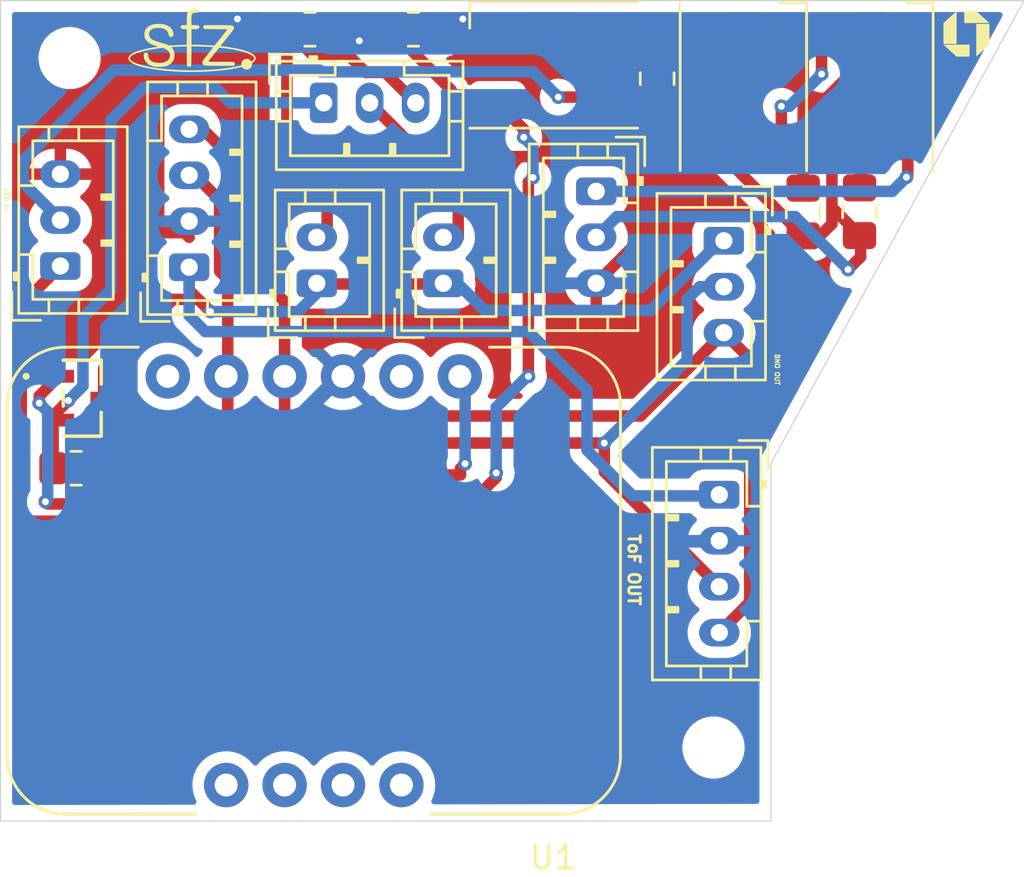
<source format=kicad_pcb>
(kicad_pcb (version 20240108) (generator "pcbnew") (generator_version "8.0")
  (layers (0 "F.Cu" signal) (31 "B.Cu" signal) (34 "B.Paste" user) (35 "F.Paste" user) (36 "B.SilkS" user "B.Silkscreen") (37 "F.SilkS" user "F.Silkscreen") (38 "B.Mask" user) (39 "F.Mask" user) (44 "Edge.Cuts" user))
  (net 0 "")
  (net 1 "+3.3V")
  (net 2 "GND")
  (net 3 "/SDA")
  (net 4 "/SCL")
  (net 5 "/Mosfet1")
  (net 6 "+5V")
  (net 7 "/SignalLEDin")
  (net 8 "Net-(D1-DOUT)")
  (net 9 "Net-(D2-DOUT)")
  (net 10 "/SignalLEDout")
  (net 11 "Net-(Knopf1-Pin_2)")
  (net 12 "Net-(Knopf2-Pin_2)")
  (footprint "Connector_JST:JST_PH_B4B-PH-K_1x04_P2.00mm_Vertical" (layer "F.Cu") (at 140.75 41.5 -90)
    (property "Reference" "Tofout1" (hide yes))
    (property "Value" "Conn_01x04_Pin" (hide yes))
    (pad "1" thru_hole roundrect (at 0 0 270) (size 1.2 1.75) (drill 0.75) (layers "*.Cu" "*.Mask") (roundrect_rratio 0.208333) (net 1 "+3.3V"))
    (pad "2" thru_hole oval (at 2 0 270) (size 1.2 1.75) (drill 0.75) (layers "*.Cu" "*.Mask") (net 2 "GND"))
    (pad "3" thru_hole oval (at 4 0 270) (size 1.2 1.75) (drill 0.75) (layers "*.Cu" "*.Mask") (net 4 "/SCL"))
    (pad "4" thru_hole oval (at 6 0 270) (size 1.2 1.75) (drill 0.75) (layers "*.Cu" "*.Mask") (net 3 "/SDA"))
  )
  (footprint "Connector_JST:JST_PH_B4B-PH-K_1x04_P2.00mm_Vertical" (layer "F.Cu") (at 117.7 31.6 90)
    (property "Reference" "ToFIN1" (hide yes))
    (property "Value" "Conn_01x04_Pin" (hide yes))
    (pad "1" thru_hole roundrect (at 0 0 90) (size 1.2 1.75) (drill 0.75) (layers "*.Cu" "*.Mask") (roundrect_rratio 0.208333) (net 1 "+3.3V"))
    (pad "2" thru_hole oval (at 2 0 90) (size 1.2 1.75) (drill 0.75) (layers "*.Cu" "*.Mask") (net 2 "GND"))
    (pad "3" thru_hole oval (at 4 0 90) (size 1.2 1.75) (drill 0.75) (layers "*.Cu" "*.Mask") (net 4 "/SCL"))
    (pad "4" thru_hole oval (at 6 0 90) (size 1.2 1.75) (drill 0.75) (layers "*.Cu" "*.Mask") (net 3 "/SDA"))
  )
  (footprint "MountingHole:MountingHole_2.2mm_M2" (layer "F.Cu") (at 112.5 22.5)
    (property "Reference" "REF**" (hide yes))
    (property "Value" "MountingHole_2.2mm_M2" (hide yes))
    (pad "" np_thru_hole circle (at 0 0) (size 2.2 2.2) (drill 2.2) (layers "*.Cu" "*.Mask"))
  )
  (footprint "Connector_JST:JST_PH_B3B-PH-K_1x03_P2.00mm_Vertical" (layer "F.Cu") (at 135.4 28.3 -90)
    (property "Reference" "LED1" (hide yes))
    (property "Value" "Conn_01x03_Pin" (hide yes))
    (pad "1" thru_hole roundrect (at 0 0 270) (size 1.2 1.75) (drill 0.75) (layers "*.Cu" "*.Mask") (roundrect_rratio 0.208333) (net 10 "/SignalLEDout"))
    (pad "2" thru_hole oval (at 2 0 270) (size 1.2 1.75) (drill 0.75) (layers "*.Cu" "*.Mask") (net 6 "+5V"))
    (pad "3" thru_hole oval (at 4 0 270) (size 1.2 1.75) (drill 0.75) (layers "*.Cu" "*.Mask") (net 2 "GND"))
  )
  (footprint "Resistor_SMD:R_0805_2012Metric_Pad1.20x1.40mm_HandSolder" (layer "F.Cu") (at 127.45 21.25)
    (property "Reference" "R2" (hide yes))
    (property "Value" "R_Small" (hide yes))
    (pad "1" smd roundrect (at -1 0) (size 1.2 1.4) (layers "F.Cu" "F.Paste" "F.Mask") (roundrect_rratio 0.208333) (net 12 "Net-(Knopf2-Pin_2)"))
    (pad "2" smd roundrect (at 1 0) (size 1.2 1.4) (layers "F.Cu" "F.Paste" "F.Mask") (roundrect_rratio 0.208333) (net 2 "GND"))
  )
  (footprint "LOGOS:Offroad Logo 2" (layer "F.Cu") (at 151.5 21.45)
    (property "Reference" "G***" (hide yes))
    (property "Value" "LOGO" (hide yes))
  )
  (footprint "Connector_JST:JST_PH_B3B-PH-K_1x03_P2.00mm_Vertical" (layer "F.Cu") (at 123.55 24.45)
    (property "Reference" "Pins1" (hide yes))
    (property "Value" "Conn_01x03_Pin" (hide yes))
    (pad "1" thru_hole roundrect (at 0 0) (size 1.2 1.75) (drill 0.75) (layers "*.Cu" "*.Mask") (roundrect_rratio 0.208333) (net 5 "/Mosfet1"))
    (pad "2" thru_hole oval (at 2 0) (size 1.2 1.75) (drill 0.75) (layers "*.Cu" "*.Mask") (net 12 "Net-(Knopf2-Pin_2)"))
    (pad "3" thru_hole oval (at 4 0) (size 1.2 1.75) (drill 0.75) (layers "*.Cu" "*.Mask") (net 11 "Net-(Knopf1-Pin_2)"))
  )
  (footprint "footprints:SOT-23_IRLML2244TRPBF_INF" (layer "F.Cu") (at 113.05 37.3 -90)
    (property "Reference" "Q1" (hide yes))
    (property "Value" "PMOS" (hide yes))
    (pad "1" smd rect (at -0.9525 1.016 270) (size 0.5588 1.3208) (layers "F.Cu" "F.Paste" "F.Mask") (net 1 "+3.3V"))
    (pad "2" smd rect (at 0.9525 1.016 270) (size 0.5588 1.3208) (layers "F.Cu" "F.Paste" "F.Mask") (net 5 "/Mosfet1"))
    (pad "3" smd rect (at 0 -1.016 270) (size 0.5588 1.3208) (layers "F.Cu" "F.Paste" "F.Mask") (net 1 "+3.3V"))
  )
  (footprint "Capacitor_SMD:C_0805_2012Metric_Pad1.18x1.45mm_HandSolder" (layer "F.Cu") (at 138.05 23.4 90)
    (property "Reference" "C1" (hide yes))
    (property "Value" "C" (hide yes))
    (pad "1" smd roundrect (at -1.0375 0 90) (size 1.175 1.45) (layers "F.Cu" "F.Paste" "F.Mask") (roundrect_rratio 0.212766) (net 6 "+5V"))
    (pad "2" smd roundrect (at 1.0375 0 90) (size 1.175 1.45) (layers "F.Cu" "F.Paste" "F.Mask") (roundrect_rratio 0.212766) (net 2 "GND"))
  )
  (footprint "Capacitor_SMD:C_0805_2012Metric_Pad1.18x1.45mm_HandSolder" (layer "F.Cu") (at 144.4 29.2 90)
    (property "Reference" "C2" (hide yes))
    (property "Value" "C" (hide yes))
    (pad "1" smd roundrect (at -1.0375 0 90) (size 1.175 1.45) (layers "F.Cu" "F.Paste" "F.Mask") (roundrect_rratio 0.212766) (net 6 "+5V"))
    (pad "2" smd roundrect (at 1.0375 0 90) (size 1.175 1.45) (layers "F.Cu" "F.Paste" "F.Mask") (roundrect_rratio 0.212766) (net 2 "GND"))
  )
  (footprint "Connector_JST:JST_PH_B3B-PH-K_1x03_P2.00mm_Vertical" (layer "F.Cu") (at 112.1 31.55 90)
    (property "Reference" "LED2" (hide yes))
    (property "Value" "Conn_01x03_Pin" (hide yes))
    (pad "1" thru_hole roundrect (at 0 0 90) (size 1.2 1.75) (drill 0.75) (layers "*.Cu" "*.Mask") (roundrect_rratio 0.208333) (net 7 "/SignalLEDin"))
    (pad "2" thru_hole oval (at 2 0 90) (size 1.2 1.75) (drill 0.75) (layers "*.Cu" "*.Mask") (net 6 "+5V"))
    (pad "3" thru_hole oval (at 4 0 90) (size 1.2 1.75) (drill 0.75) (layers "*.Cu" "*.Mask") (net 2 "GND"))
  )
  (footprint "Capacitor_SMD:C_0805_2012Metric_Pad1.18x1.45mm_HandSolder" (layer "F.Cu") (at 146.85 29.1875 90)
    (property "Reference" "C3" (hide yes))
    (property "Value" "C" (hide yes))
    (pad "1" smd roundrect (at -1.0375 0 90) (size 1.175 1.45) (layers "F.Cu" "F.Paste" "F.Mask") (roundrect_rratio 0.212766) (net 6 "+5V"))
    (pad "2" smd roundrect (at 1.0375 0 90) (size 1.175 1.45) (layers "F.Cu" "F.Paste" "F.Mask") (roundrect_rratio 0.212766) (net 2 "GND"))
  )
  (footprint "LED_SMD:LED_WS2812B_PLCC4_5.0x5.0mm_P3.2mm" (layer "F.Cu") (at 141.8 23.75 90)
    (property "Reference" "D2" (hide yes))
    (property "Value" "WS2812B" (hide yes))
    (pad "1" smd rect (at -2.45 -1.65 90) (size 1.5 0.9) (layers "F.Cu" "F.Paste" "F.Mask") (net 6 "+5V"))
    (pad "2" smd rect (at -2.45 1.65 90) (size 1.5 0.9) (layers "F.Cu" "F.Paste" "F.Mask") (net 9 "Net-(D2-DOUT)"))
    (pad "3" smd rect (at 2.45 1.65 90) (size 1.5 0.9) (layers "F.Cu" "F.Paste" "F.Mask") (net 2 "GND"))
    (pad "4" smd rect (at 2.45 -1.65 90) (size 1.5 0.9) (layers "F.Cu" "F.Paste" "F.Mask") (net 8 "Net-(D1-DOUT)"))
  )
  (footprint "LED_SMD:LED_WS2812B_PLCC4_5.0x5.0mm_P3.2mm" (layer "F.Cu") (at 133.55 22.8 180)
    (property "Reference" "D1" (hide yes))
    (property "Value" "WS2812B" (hide yes))
    (pad "1" smd rect (at -2.45 -1.65 180) (size 1.5 0.9) (layers "F.Cu" "F.Paste" "F.Mask") (net 6 "+5V"))
    (pad "2" smd rect (at -2.45 1.65 180) (size 1.5 0.9) (layers "F.Cu" "F.Paste" "F.Mask") (net 8 "Net-(D1-DOUT)"))
    (pad "3" smd rect (at 2.45 1.65 180) (size 1.5 0.9) (layers "F.Cu" "F.Paste" "F.Mask") (net 2 "GND"))
    (pad "4" smd rect (at 2.45 -1.65 180) (size 1.5 0.9) (layers "F.Cu" "F.Paste" "F.Mask") (net 7 "/SignalLEDin"))
  )
  (footprint "BNO055:MODULE_2472" (layer "F.Cu") (at 123.12 45.24 180)
    (property "Reference" "U1" (at -10.41 -12.045 180) (layer "F.SilkS"))
    (property "Value" "2472")
    (pad "1" thru_hole circle (at -6.35 8.89 180) (size 1.9304 1.9304) (drill 1) (layers "*.Cu" "*.Mask") (net 1 "+3.3V"))
    (pad "2" thru_hole circle (at -3.81 8.89 180) (size 1.9304 1.9304) (drill 1) (layers "*.Cu" "*.Mask"))
    (pad "3" thru_hole circle (at -1.27 8.89 180) (size 1.9304 1.9304) (drill 1) (layers "*.Cu" "*.Mask") (net 2 "GND"))
    (pad "4" thru_hole circle (at 1.27 8.89 180) (size 1.9304 1.9304) (drill 1) (layers "*.Cu" "*.Mask") (net 3 "/SDA"))
    (pad "5" thru_hole circle (at 3.81 8.89 180) (size 1.9304 1.9304) (drill 1) (layers "*.Cu" "*.Mask") (net 4 "/SCL"))
    (pad "6" thru_hole circle (at 6.35 8.89 180) (size 1.9304 1.9304) (drill 1) (layers "*.Cu" "*.Mask"))
    (pad "7" thru_hole circle (at 3.81 -8.89 180) (size 1.9304 1.9304) (drill 1) (layers "*.Cu" "*.Mask"))
    (pad "8" thru_hole circle (at 1.27 -8.89 180) (size 1.9304 1.9304) (drill 1) (layers "*.Cu" "*.Mask"))
    (pad "9" thru_hole circle (at -1.27 -8.89 180) (size 1.9304 1.9304) (drill 1) (layers "*.Cu" "*.Mask"))
    (pad "10" thru_hole circle (at -3.81 -8.89 180) (size 1.9304 1.9304) (drill 1) (layers "*.Cu" "*.Mask"))
  )
  (footprint "Resistor_SMD:R_0805_2012Metric_Pad1.20x1.40mm_HandSolder" (layer "F.Cu") (at 112.784 40.3475)
    (property "Reference" "R4" (hide yes))
    (property "Value" "R")
    (pad "1" smd roundrect (at -1 0) (size 1.2 1.4) (layers "F.Cu" "F.Paste" "F.Mask") (roundrect_rratio 0.208333) (net 5 "/Mosfet1"))
    (pad "2" smd roundrect (at 1 0) (size 1.2 1.4) (layers "F.Cu" "F.Paste" "F.Mask") (roundrect_rratio 0.208333) (net 1 "+3.3V"))
  )
  (footprint "Resistor_SMD:R_0805_2012Metric_Pad1.20x1.40mm_HandSolder" (layer "F.Cu") (at 122.95 21.25)
    (property "Reference" "R1" (hide yes))
    (property "Value" "R_Small" (hide yes))
    (pad "1" smd roundrect (at -1 0) (size 1.2 1.4) (layers "F.Cu" "F.Paste" "F.Mask") (roundrect_rratio 0.208333) (net 11 "Net-(Knopf1-Pin_2)"))
    (pad "2" smd roundrect (at 1 0) (size 1.2 1.4) (layers "F.Cu" "F.Paste" "F.Mask") (roundrect_rratio 0.208333) (net 2 "GND"))
  )
  (footprint "Connector_JST:JST_PH_B3B-PH-K_1x03_P2.00mm_Vertical" (layer "F.Cu") (at 140.95 30.45 -90)
    (property "Reference" "BNOout1" (hide yes))
    (property "Value" "Conn_01x03_Pin" (hide yes))
    (pad "1" thru_hole roundrect (at 0 0 270) (size 1.2 1.75) (drill 0.75) (layers "*.Cu" "*.Mask") (roundrect_rratio 0.208333) (net 1 "+3.3V"))
    (pad "2" thru_hole oval (at 2 0 270) (size 1.2 1.75) (drill 0.75) (layers "*.Cu" "*.Mask") (net 4 "/SCL"))
    (pad "3" thru_hole oval (at 4 0 270) (size 1.2 1.75) (drill 0.75) (layers "*.Cu" "*.Mask") (net 3 "/SDA"))
  )
  (footprint "MountingHole:MountingHole_2.2mm_M2" (layer "F.Cu") (at 140.5 52.5)
    (property "Reference" "REF**" (hide yes))
    (property "Value" "MountingHole_2.2mm_M2" (hide yes))
    (pad "" np_thru_hole circle (at 0 0) (size 2.2 2.2) (drill 2.2) (layers "F&B.Cu" "*.Mask"))
  )
  (footprint "LOGOS:SFZLogo6" (layer "F.Cu") (at 117.81914 21.95903)
    (property "Reference" "G***" (hide yes))
    (property "Value" "LOGO" (hide yes))
  )
  (footprint "Connector_JST:JST_PH_B2B-PH-K_1x02_P2.00mm_Vertical" (layer "F.Cu") (at 128.75 32.3 90)
    (property "Reference" "Knopf2" (hide yes))
    (property "Value" "Conn_01x02_Pin" (hide yes))
    (pad "1" thru_hole roundrect (at 0 0 90) (size 1.2 1.75) (drill 0.75) (layers "*.Cu" "*.Mask") (roundrect_rratio 0.208333) (net 1 "+3.3V"))
    (pad "2" thru_hole oval (at 2 0 90) (size 1.2 1.75) (drill 0.75) (layers "*.Cu" "*.Mask") (net 12 "Net-(Knopf2-Pin_2)"))
  )
  (footprint "Connector_JST:JST_PH_B2B-PH-K_1x02_P2.00mm_Vertical" (layer "F.Cu") (at 123.25 32.3 90)
    (property "Reference" "Knopf1" (hide yes))
    (property "Value" "Conn_01x02_Pin" (hide yes))
    (pad "1" thru_hole roundrect (at 0 0 90) (size 1.2 1.75) (drill 0.75) (layers "*.Cu" "*.Mask") (roundrect_rratio 0.208333) (net 1 "+3.3V"))
    (pad "2" thru_hole oval (at 2 0 90) (size 1.2 1.75) (drill 0.75) (layers "*.Cu" "*.Mask") (net 11 "Net-(Knopf1-Pin_2)"))
  )
  (footprint "LED_SMD:LED_WS2812B_PLCC4_5.0x5.0mm_P3.2mm" (layer "F.Cu") (at 147.3 23.75 90)
    (property "Reference" "D3" (hide yes))
    (property "Value" "WS2812B" (hide yes))
    (pad "1" smd rect (at -2.45 -1.65 90) (size 1.5 0.9) (layers "F.Cu" "F.Paste" "F.Mask") (net 6 "+5V"))
    (pad "2" smd rect (at -2.45 1.65 90) (size 1.5 0.9) (layers "F.Cu" "F.Paste" "F.Mask") (net 10 "/SignalLEDout"))
    (pad "3" smd rect (at 2.45 1.65 90) (size 1.5 0.9) (layers "F.Cu" "F.Paste" "F.Mask") (net 2 "GND"))
    (pad "4" smd rect (at 2.45 -1.65 90) (size 1.5 0.9) (layers "F.Cu" "F.Paste" "F.Mask") (net 9 "Net-(D2-DOUT)"))
  )
  (gr_line (start 143 55.7) (end 143 40.13) (stroke (width 0.05)) (layer "Edge.Cuts"))
  (gr_line (start 109.5 20) (end 109.5 55.7) (stroke (width 0.05)) (layer "Edge.Cuts"))
  (gr_line (start 143 40.13) (end 154 20) (stroke (width 0.05)) (layer "Edge.Cuts"))
  (gr_line (start 143 20) (end 109.5 20) (stroke (width 0.05)) (layer "Edge.Cuts"))
  (gr_line (start 109.5 55.7) (end 143 55.7) (stroke (width 0.05)) (layer "Edge.Cuts"))
  (gr_line (start 143 20) (end 154 20) (stroke (width 0.05)) (layer "Edge.Cuts"))
  (gr_text "BNO OUT\n" (at 143.15 35.35 270) (layer "F.SilkS") (effects (font (size 0.2 0.2) (thickness 0.05) (bold yes)) (justify left bottom)))
  (gr_text "LED In\n" (at 109.65 28.15 270) (layer "F.SilkS") (effects (font (size 0.2 0.2) (thickness 0.05) (bold yes)) (justify left bottom)))
  (gr_text "ToF OUT\n" (at 136.75 43.15 270) (layer "F.SilkS") (effects (font (size 0.5 0.5) (thickness 0.125) (bold yes)) (justify left bottom)))
  (segment (start 117 33) (end 113.982 36.018) (width 0.5) (layer "F.Cu") (net 1))
  (segment (start 115.991562 41.9) (end 117.252241 40.639321) (width 0.5) (layer "F.Cu") (net 1))
  (segment (start 111.545905 41.9) (end 115.991562 41.9) (width 0.5) (layer "F.Cu") (net 1))
  (segment (start 117.7 31.6) (end 117.7 32.60202) (width 0.5) (layer "F.Cu") (net 1))
  (segment (start 129.498432 40.351568) (end 129.7 40.15) (width 0.5) (layer "F.Cu") (net 1))
  (segment (start 111.447973 41.802068) (end 111.545905 41.9) (width 0.5) (layer "F.Cu") (net 1))
  (segment (start 129.498432 40.639321) (end 129.498432 40.351568) (width 0.5) (layer "F.Cu") (net 1))
  (segment (start 118.09798 33) (end 117 33) (width 0.5) (layer "F.Cu") (net 1))
  (segment (start 113.982 36.018) (end 113.982 40.1495) (width 0.5) (layer "F.Cu") (net 1))
  (segment (start 113.982 40.1495) (end 113.784 40.3475) (width 0.5) (layer "F.Cu") (net 1))
  (segment (start 123.65 32.32995) (end 129.4 32.32995) (width 0.5) (layer "F.Cu") (net 1))
  (segment (start 111.178847 37.512586) (end 111.178847 37.202653) (width 0.5) (layer "F.Cu") (net 1))
  (segment (start 111.178847 37.202653) (end 112.034 36.3475) (width 0.5) (layer "F.Cu") (net 1))
  (segment (start 117.252241 40.639321) (end 129.498432 40.639321) (width 0.5) (layer "F.Cu") (net 1))
  (segment (start 117.7 32.60202) (end 118.628311 33.530331) (width 0.5) (layer "F.Cu") (net 1))
  (segment (start 118.628311 33.530331) (end 118.09798 33) (width 0.5) (layer "F.Cu") (net 1))
  (via (at 118.628311 33.530331) (size 0.6) (drill 0.3) (layers "F.Cu" "B.Cu") (net 1))
  (via (at 111.178847 37.512586) (size 0.6) (drill 0.3) (layers "F.Cu" "B.Cu") (net 1))
  (via (at 111.447973 41.802068) (size 0.6) (drill 0.3) (layers "F.Cu" "B.Cu") (net 1))
  (via (at 129.7 40.15) (size 0.6) (drill 0.3) (layers "F.Cu" "B.Cu") (net 1))
  (segment (start 129.7 40.15) (end 129.7 36.58) (width 0.5) (layer "B.Cu") (net 1))
  (segment (start 117.7 33.7) (end 118.402059 34.402059) (width 0.5) (layer "B.Cu") (net 1))
  (segment (start 135 36.95) (end 135 39.560661) (width 0.5) (layer "B.Cu") (net 1))
  (segment (start 129.7 36.58) (end 129.47 36.35) (width 0.5) (layer "B.Cu") (net 1))
  (segment (start 135 39.560661) (end 136.989339 41.55) (width 0.5) (layer "B.Cu") (net 1))
  (segment (start 129.4 32.32995) (end 130.552045 33.481995) (width 0.5) (layer "B.Cu") (net 1))
  (segment (start 130.552045 33.481995) (end 137.768005 33.481995) (width 0.5) (layer "B.Cu") (net 1))
  (segment (start 111.55 37.883739) (end 111.55 41.700041) (width 0.5) (layer "B.Cu") (net 1))
  (segment (start 118.628311 33.530331) (end 122.449619 33.530331) (width 0.5) (layer "B.Cu") (net 1))
  (segment (start 118.402059 34.402059) (end 132.452059 34.402059) (width 0.5) (layer "B.Cu") (net 1))
  (segment (start 122.449619 33.530331) (end 123.65 32.32995) (width 0.5) (layer "B.Cu") (net 1))
  (segment (start 136.989339 41.55) (end 140.8 41.55) (width 0.5) (layer "B.Cu") (net 1))
  (segment (start 137.768005 33.481995) (end 140.75 30.5) (width 0.5) (layer "B.Cu") (net 1))
  (segment (start 111.55 41.700041) (end 111.447973 41.802068) (width 0.5) (layer "B.Cu") (net 1))
  (segment (start 132.452059 34.402059) (end 135 36.95) (width 0.5) (layer "B.Cu") (net 1))
  (segment (start 111.178847 37.512586) (end 111.55 37.883739) (width 0.5) (layer "B.Cu") (net 1))
  (segment (start 117.7 31.6) (end 117.7 33.7) (width 0.5) (layer "B.Cu") (net 1))
  (segment (start 131.4 21.15) (end 132.65 22.4) (width 0.5) (layer "F.Cu") (net 2))
  (segment (start 124.6 21.25) (end 125.1 21.75) (width 0.5) (layer "F.Cu") (net 2))
  (segment (start 137.2 30.5) (end 137.5 30.5) (width 0.5) (layer "F.Cu") (net 2))
  (segment (start 123.95 21.25) (end 124.6 21.25) (width 0.5) (layer "F.Cu") (net 2))
  (segment (start 143.45 21.2) (end 144.4 22.15) (width 0.5) (layer "F.Cu") (net 2))
  (segment (start 148.35 21.3) (end 148.95 21.3) (width 0.5) (layer "F.Cu") (net 2))
  (segment (start 128.45 21.25) (end 129.15 21.25) (width 0.5) (layer "F.Cu") (net 2))
  (segment (start 137.5 27.75) (end 137.5 30.5) (width 0.5) (layer "F.Cu") (net 2))
  (segment (start 138.3375 22.65) (end 142 22.65) (width 0.5) (layer "F.Cu") (net 2))
  (segment (start 135.4 32.3) (end 137.2 30.5) (width 0.5) (layer "F.Cu") (net 2))
  (segment (start 116.375 30.075) (end 116.375 24.225) (width 0.5) (layer "F.Cu") (net 2))
  (segment (start 131.1 21.15) (end 131.4 21.15) (width 0.5) (layer "F.Cu") (net 2))
  (segment (start 116.375 24.225) (end 119.8 20.8) (width 0.5) (layer "F.Cu") (net 2))
  (segment (start 142 22.65) (end 143.45 21.2) (width 0.5) (layer "F.Cu") (net 2))
  (segment (start 129.6 20.8) (end 130.75 20.8) (width 0.5) (layer "F.Cu") (net 2))
  (segment (start 129.15 21.25) (end 129.6 20.8) (width 0.5) (layer "F.Cu") (net 2))
  (segment (start 112.1 27.55) (end 113.85 27.55) (width 0.5) (layer "F.Cu") (net 2))
  (segment (start 144.4 28.1625) (end 144.4 25.25) (width 0.5) (layer "F.Cu") (net 2))
  (segment (start 138.0875 22.4) (end 138.3375 22.65) (width 0.5) (layer "F.Cu") (net 2))
  (segment (start 132.65 22.4) (end 138.0875 22.4) (width 0.5) (layer "F.Cu") (net 2))
  (segment (start 136.53995 26.78995) (end 137.5 27.75) (width 0.5) (layer "F.Cu") (net 2))
  (segment (start 146.95 26) (end 146.95 28.15) (width 0.5) (layer "F.Cu") (net 2))
  (segment (start 130.75 20.8) (end 131.1 21.15) (width 0.5) (layer "F.Cu") (net 2))
  (segment (start 144.4 25.25) (end 148.35 21.3) (width 0.5) (layer "F.Cu") (net 2))
  (segment (start 148.95 21.3) (end 148.95 24) (width 0.5) (layer "F.Cu") (net 2))
  (segment (start 148.95 24) (end 146.95 26) (width 0.5) (layer "F.Cu") (net 2))
  (segment (start 129.78995 26.78995) (end 136.53995 26.78995) (width 0.5) (layer "F.Cu") (net 2))
  (segment (start 116.4 30.1) (end 116.375 30.075) (width 0.5) (layer "F.Cu") (net 2))
  (segment (start 113.85 27.55) (end 116.4 30.1) (width 0.5) (layer "F.Cu") (net 2))
  (segment (start 144.4 22.15) (end 144.4 28.1625) (width 0.5) (layer "F.Cu") (net 2))
  (segment (start 117.5 30.1) (end 116.4 30.1) (width 0.5) (layer "F.Cu") (net 2))
  (segment (start 128.55 21.3) (end 128.175 20.925) (width 0.5) (layer "F.Cu") (net 2))
  (segment (start 117.7 30.3) (end 117.5 30.1) (width 0.5) (layer "F.Cu") (net 2))
  (via (at 125.1 21.75) (size 0.6) (drill 0.3) (layers "F.Cu" "B.Cu") (net 2))
  (via (at 119.8 20.8) (size 0.6) (drill 0.3) (layers "F.Cu" "B.Cu") (net 2))
  (via (at 129.6 20.8) (size 0.6) (drill 0.3) (layers "F.Cu" "B.Cu") (net 2))
  (segment (start 125.1 21.75) (end 125.15 21.7) (width 0.5) (layer "B.Cu") (net 2))
  (segment (start 124.15 36.35) (end 124.39 36.35) (width 0.5) (layer "B.Cu") (net 2))
  (segment (start 115.3 30.3) (end 116 29.6) (width 0.5) (layer "B.Cu") (net 2))
  (segment (start 115.209947 32.790053) (end 115.3 32.7) (width 0.5) (layer "B.Cu") (net 2))
  (segment (start 120.75 39.75) (end 123 42) (width 0.5) (layer "B.Cu") (net 2))
  (segment (start 119.8 20.8) (end 125.15 20.8) (width 0.5) (layer "B.Cu") (net 2))
  (segment (start 116 29.6) (end 117.7 29.6) (width 0.5) (layer "B.Cu") (net 2))
  (segment (start 123 42) (end 136 42) (width 0.5) (layer "B.Cu") (net 2))
  (segment (start 136 42) (end 137.55 43.55) (width 0.5) (layer "B.Cu") (net 2))
  (segment (start 116.75 39.75) (end 115.209947 38.209947) (width 0.5) (layer "B.Cu") (net 2))
  (segment (start 120.75 39.75) (end 116.75 39.75) (width 0.5) (layer "B.Cu") (net 2))
  (segment (start 125.15 20.8) (end 129.6 20.8) (width 0.5) (layer "B.Cu") (net 2))
  (segment (start 115.3 32.7) (end 115.3 30.3) (width 0.5) (layer "B.Cu") (net 2))
  (segment (start 120.75 39.75) (end 124.15 36.35) (width 0.5) (layer "B.Cu") (net 2))
  (segment (start 115.209947 38.209947) (end 115.209947 32.790053) (width 0.5) (layer "B.Cu") (net 2))
  (segment (start 125.15 21.7) (end 125.15 20.8) (width 0.5) (layer "B.Cu") (net 2))
  (segment (start 137.55 43.55) (end 140.8 43.55) (width 0.5) (layer "B.Cu") (net 2))
  (segment (start 140.95 34.45) (end 137.325 38.075) (width 0.5) (layer "F.Cu") (net 3))
  (segment (start 142.075 35.575) (end 142.075 46.175) (width 0.5) (layer "F.Cu") (net 3))
  (segment (start 121.85 38.075) (end 121.85 33.1) (width 0.5) (layer "F.Cu") (net 3))
  (segment (start 121 28.303279) (end 118.296721 25.6) (width 0.5) (layer "F.Cu") (net 3))
  (segment (start 142.075 46.175) (end 140.75 47.5) (width 0.5) (layer "F.Cu") (net 3))
  (segment (start 137.325 38.075) (end 121.85 38.075) (width 0.5) (layer "F.Cu") (net 3))
  (segment (start 121 32.25) (end 121 28.303279) (width 0.5) (layer "F.Cu") (net 3))
  (segment (start 118.296721 25.6) (end 117.7 25.6) (width 0.5) (layer "F.Cu") (net 3))
  (segment (start 140.95 34.45) (end 142.075 35.575) (width 0.5) (layer "F.Cu") (net 3))
  (segment (start 121.85 33.1) (end 121 32.25) (width 0.5) (layer "F.Cu") (net 3))
  (segment (start 141 34.491605) (end 141 34.55) (width 0.5) (layer "B.Cu") (net 3))
  (segment (start 135.75 40.5) (end 135.75 39.25) (width 0.5) (layer "F.Cu") (net 4))
  (segment (start 140.75 45.5) (end 135.75 40.5) (width 0.5) (layer "F.Cu") (net 4))
  (segment (start 119.378311 32.128311) (end 119.378311 39.25) (width 0.5) (layer "F.Cu") (net 4))
  (segment (start 117.7 27.6) (end 117.95 27.6) (width 0.5) (layer "F.Cu") (net 4))
  (segment (start 119.378311 39.25) (end 135.75 39.25) (width 0.5) (layer "F.Cu") (net 4))
  (segment (start 119.025 31.775) (end 119.378311 32.128311) (width 0.5) (layer "F.Cu") (net 4))
  (segment (start 119.025 28.675) (end 119.025 31.775) (width 0.5) (layer "F.Cu") (net 4))
  (segment (start 117.95 27.6) (end 119.025 28.675) (width 0.5) (layer "F.Cu") (net 4))
  (via (at 135.75 39.25) (size 0.6) (drill 0.3) (layers "F.Cu" "B.Cu") (net 4))
  (segment (start 135.75 39.25) (end 139.35 35.65) (width 0.5) (layer "B.Cu") (net 4))
  (segment (start 139.9 32.45) (end 140.95 32.45) (width 0.5) (layer "B.Cu") (net 4))
  (segment (start 139.35 33) (end 139.9 32.45) (width 0.5) (layer "B.Cu") (net 4))
  (segment (start 139.35 35.65) (end 139.35 33) (width 0.5) (layer "B.Cu") (net 4))
  (segment (start 111.784 38.066) (end 111.784 40.3475) (width 0.5) (layer "F.Cu") (net 5))
  (segment (start 112.45 37.4) (end 111.784 38.066) (width 0.5) (layer "F.Cu") (net 5))
  (via (at 112.45 37.4) (size 0.6) (drill 0.3) (layers "F.Cu" "B.Cu") (net 5))
  (segment (start 113.082 36.768) (end 113.082 33.793) (width 0.5) (layer "B.Cu") (net 5))
  (segment (start 112.45 37.4) (end 113.082 36.768) (width 0.5) (layer "B.Cu") (net 5))
  (segment (start 114.3 32.575) (end 114.3 25.2) (width 0.5) (layer "B.Cu") (net 5))
  (segment (start 114.3 25.2) (end 115.725 23.775) (width 0.5) (layer "B.Cu") (net 5))
  (segment (start 115.725 23.775) (end 118.825 23.775) (width 0.5) (layer "B.Cu") (net 5))
  (segment (start 113.082 33.793) (end 114.3 32.575) (width 0.5) (layer "B.Cu") (net 5))
  (segment (start 118.825 23.775) (end 119.5 24.45) (width 0.5) (layer "B.Cu") (net 5))
  (segment (start 119.5 24.45) (end 123.55 24.45) (width 0.5) (layer "B.Cu") (net 5))
  (segment (start 133.75 24.2) (end 135.75 24.2) (width 0.5) (layer "F.Cu") (net 6))
  (segment (start 146.875 30.225) (end 146.95 30.225) (width 0.5) (layer "F.Cu") (net 6))
  (segment (start 145.65 29.7125) (end 145.65 26.1) (width 0.5) (layer "F.Cu") (net 6))
  (segment (start 144.4 30.2375) (end 145.125 30.2375) (width 0.5) (layer "F.Cu") (net 6))
  (segment (start 138.0375 24.45) (end 138.05 24.4375) (width 0.5) (layer "F.Cu") (net 6))
  (segment (start 146.9 31.15) (end 146.35 31.7) (width 0.5) (layer "F.Cu") (net 6))
  (segment (start 138.4875 24.4375) (end 140.15 26.1) (width 0.5) (layer "F.Cu") (net 6))
  (segment (start 136 24.45) (end 138.0375 24.45) (width 0.5) (layer "F.Cu") (net 6))
  (segment (start 145.65 29) (end 146.875 30.225) (width 0.5) (layer "F.Cu") (net 6))
  (segment (start 138.05 24.4375) (end 138.4875 24.4375) (width 0.5) (layer "F.Cu") (net 6))
  (segment (start 145.125 30.2375) (end 145.65 29.7125) (width 0.5) (layer "F.Cu") (net 6))
  (segment (start 140.5125 26.35) (end 144.4 30.2375) (width 0.5) (layer "F.Cu") (net 6))
  (segment (start 140.4 26.35) (end 140.5125 26.35) (width 0.5) (layer "F.Cu") (net 6))
  (segment (start 140.15 26.1) (end 140.4 26.35) (width 0.5) (layer "F.Cu") (net 6))
  (segment (start 135.75 24.2) (end 136 24.45) (width 0.5) (layer "F.Cu") (net 6))
  (segment (start 146.9 30.225) (end 146.9 31.15) (width 0.5) (layer "F.Cu") (net 6))
  (via (at 133.75 24.2) (size 0.6) (drill 0.3) (layers "F.Cu" "B.Cu") (net 6))
  (via (at 146.35 31.7) (size 0.6) (drill 0.3) (layers "F.Cu" "B.Cu") (net 6))
  (segment (start 112.1 29.55) (end 110.475 27.925) (width 0.5) (layer "B.Cu") (net 6))
  (segment (start 136.3 29.4) (end 135.4 30.3) (width 0.5) (layer "B.Cu") (net 6))
  (segment (start 132.65 23.1) (end 133.75 24.2) (width 0.5) (layer "B.Cu") (net 6))
  (segment (start 123.446017 23.1) (end 132.65 23.1) (width 0.5) (layer "B.Cu") (net 6))
  (segment (start 114.425 23.025) (end 123.371017 23.025) (width 0.5) (layer "B.Cu") (net 6))
  (segment (start 146.35 31.7) (end 144.05 29.4) (width 0.5) (layer "B.Cu") (net 6))
  (segment (start 144.05 29.4) (end 136.3 29.4) (width 0.5) (layer "B.Cu") (net 6))
  (segment (start 110.475 26.975) (end 114.425 23.025) (width 0.5) (layer "B.Cu") (net 6))
  (segment (start 123.371017 23.025) (end 123.446017 23.1) (width 0.5) (layer "B.Cu") (net 6))
  (segment (start 110.475 27.925) (end 110.475 26.975) (width 0.5) (layer "B.Cu") (net 6))
  (segment (start 132.25 25.6) (end 131.1 24.45) (width 0.5) (layer "F.Cu") (net 7))
  (segment (start 110.4 42.6) (end 110.35 42.65) (width 0.5) (layer "F.Cu") (net 7))
  (segment (start 112.1 31.55) (end 110.4 33.25) (width 0.5) (layer "F.Cu") (net 7))
  (segment (start 131.05 40.75) (end 131.05 40.55) (width 0.5) (layer "F.Cu") (net 7))
  (segment (start 110.35 42.65) (end 129.15 42.65) (width 0.5) (layer "F.Cu") (net 7))
  (segment (start 132.25 25.95) (end 132.25 25.6) (width 0.5) (layer "F.Cu") (net 7))
  (segment (start 132.45 36.35) (end 132.45 27.9) (width 0.5) (layer "F.Cu") (net 7))
  (segment (start 129.15 42.65) (end 131.05 40.75) (width 0.5) (layer "F.Cu") (net 7))
  (segment (start 110.4 33.25) (end 110.4 42.6) (width 0.5) (layer "F.Cu") (net 7))
  (segment (start 132.45 27.9) (end 132.65 27.7) (width 0.5) (layer "F.Cu") (net 7))
  (via (at 132.45 36.35) (size 0.6) (drill 0.3) (layers "F.Cu" "B.Cu") (net 7))
  (via (at 132.25 25.95) (size 0.6) (drill 0.3) (layers "F.Cu" "B.Cu") (net 7))
  (via (at 132.65 27.7) (size 0.6) (drill 0.3) (layers "F.Cu" "B.Cu") (net 7))
  (via (at 131.05 40.55) (size 0.6) (drill 0.3) (layers "F.Cu" "B.Cu") (net 7))
  (segment (start 132.35 36.4) (end 132.4 36.4) (width 0.5) (layer "B.Cu") (net 7))
  (segment (start 131.05 40.55) (end 131.05 37.7) (width 0.5) (layer "B.Cu") (net 7))
  (segment (start 132.65 26.35) (end 132.25 25.95) (width 0.5) (layer "B.Cu") (net 7))
  (segment (start 131.05 37.7) (end 132.35 36.4) (width 0.5) (layer "B.Cu") (net 7))
  (segment (start 132.4 36.4) (end 132.45 36.35) (width 0.5) (layer "B.Cu") (net 7))
  (segment (start 132.65 27.7) (end 132.65 26.35) (width 0.5) (layer "B.Cu") (net 7))
  (segment (start 136 21.15) (end 140.1 21.15) (width 0.5) (layer "F.Cu") (net 8))
  (segment (start 140.1 21.15) (end 140.15 21.2) (width 0.5) (layer "F.Cu") (net 8))
  (segment (start 143.45 24.6) (end 143.45 26.1) (width 0.5) (layer "F.Cu") (net 9))
  (segment (start 145.2 23.2) (end 145.2 21.75) (width 0.5) (layer "F.Cu") (net 9))
  (segment (start 145.2 21.75) (end 145.65 21.3) (width 0.5) (layer "F.Cu") (net 9))
  (via (at 145.2 23.2) (size 0.6) (drill 0.3) (layers "F.Cu" "B.Cu") (net 9))
  (via (at 143.45 24.6) (size 0.6) (drill 0.3) (layers "F.Cu" "B.Cu") (net 9))
  (segment (start 143.45 24.6) (end 143.8 24.6) (width 0.5) (layer "B.Cu") (net 9))
  (segment (start 143.8 24.6) (end 145.2 23.2) (width 0.5) (layer "B.Cu") (net 9))
  (segment (start 148.95 27.623769) (end 148.889045 27.684724) (width 0.5) (layer "F.Cu") (net 10))
  (segment (start 148.95 26.1) (end 148.95 27.623769) (width 0.5) (layer "F.Cu") (net 10))
  (via (at 148.889045 27.684724) (size 0.6) (drill 0.3) (layers "F.Cu" "B.Cu") (net 10))
  (segment (start 148.889045 27.684724) (end 148.273769 28.3) (width 0.5) (layer "B.Cu") (net 10))
  (segment (start 148.273769 28.3) (end 135.4 28.3) (width 0.5) (layer "B.Cu") (net 10))
  (segment (start 124.649998 22.4) (end 125.374998 23.125) (width 0.5) (layer "F.Cu") (net 11))
  (segment (start 121.95 25.95) (end 121.95 21.5) (width 0.5) (layer "F.Cu") (net 11))
  (segment (start 126.225 23.125) (end 127.55 24.45) (width 0.5) (layer "F.Cu") (net 11))
  (segment (start 123.7 27.7) (end 121.95 25.95) (width 0.5) (layer "F.Cu") (net 11))
  (segment (start 123.1 22.4) (end 124.649998 22.4) (width 0.5) (layer "F.Cu") (net 11))
  (segment (start 121.95 21.25) (end 123.1 22.4) (width 0.5) (layer "F.Cu") (net 11))
  (segment (start 125.374998 23.125) (end 126.225 23.125) (width 0.5) (layer "F.Cu") (net 11))
  (segment (start 123.7 30.3) (end 123.7 27.7) (width 0.5) (layer "F.Cu") (net 11))
  (segment (start 129.08995 27.4) (end 129.08995 23.88995) (width 0.5) (layer "F.Cu") (net 12))
  (segment (start 129.4 28.7199) (end 129.08995 28.40985) (width 0.5) (layer "F.Cu") (net 12))
  (segment (start 125.55 24.45) (end 128.5 27.4) (width 0.5) (layer "F.Cu") (net 12))
  (segment (start 129.4 30.32995) (end 129.4 28.7199) (width 0.5) (layer "F.Cu") (net 12))
  (segment (start 128.5 27.4) (end 129.08995 27.4) (width 0.5) (layer "F.Cu") (net 12))
  (segment (start 129.08995 23.88995) (end 126.45 21.25) (width 0.5) (layer "F.Cu") (net 12))
  (segment (start 129.08995 28.40985) (end 129.08995 27.4) (width 0.5) (layer "F.Cu") (net 12))
  (zone (net 2) (net_name "GND") (layers "F&B.Cu") (connect_pads (clearance 0.5)) (min_thickness 0.25) (fill yes (thermal_gap 0.5) (thermal_bridge_width 0.5))
    (polygon (pts (xy 109.5 20) (xy 154 20) (xy 143 40.15) (xy 143 54.95) (xy 109.5 55)))
  )
)
</source>
